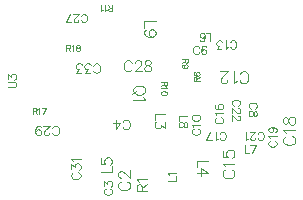
<source format=gbr>
%TF.GenerationSoftware,Altium Limited,Altium Designer,20.1.12 (249)*%
G04 Layer_Color=32768*
%FSLAX45Y45*%
%MOMM*%
%TF.SameCoordinates,27206DED-D720-4121-B7EB-46A740E941A3*%
%TF.FilePolarity,Positive*%
%TF.FileFunction,Other,M11_-_Assy_RefDes*%
%TF.Part,Single*%
G01*
G75*
%TA.AperFunction,NonConductor*%
%ADD81C,0.09000*%
%ADD82C,0.05000*%
%ADD83C,0.07000*%
%ADD84C,0.10000*%
D81*
X1277481Y727500D02*
X1187500D01*
Y676082D01*
X1277481Y657658D02*
Y610525D01*
X1243202Y636234D01*
Y623379D01*
X1238918Y614810D01*
X1234633Y610525D01*
X1221778Y606240D01*
X1213209D01*
X1200354Y610525D01*
X1191785Y619095D01*
X1187500Y631949D01*
Y644803D01*
X1191785Y657658D01*
X1196070Y661943D01*
X1204639Y666227D01*
X991772Y1158557D02*
X987487Y1167126D01*
X978917Y1175696D01*
X970348Y1179981D01*
X953209D01*
X944639Y1175696D01*
X936070Y1167126D01*
X931785Y1158557D01*
X927500Y1145702D01*
Y1124278D01*
X931785Y1111424D01*
X936070Y1102854D01*
X944639Y1094285D01*
X953209Y1090000D01*
X970348D01*
X978917Y1094285D01*
X987487Y1102854D01*
X991772Y1111424D01*
X1021337Y1158557D02*
Y1162841D01*
X1025622Y1171411D01*
X1029906Y1175696D01*
X1038476Y1179981D01*
X1055615D01*
X1064185Y1175696D01*
X1068470Y1171411D01*
X1072755Y1162841D01*
Y1154272D01*
X1068470Y1145702D01*
X1059900Y1132848D01*
X1017052Y1090000D01*
X1077039D01*
X1118602Y1179981D02*
X1105748Y1175696D01*
X1101463Y1167126D01*
Y1158557D01*
X1105748Y1149987D01*
X1114317Y1145702D01*
X1131456Y1141417D01*
X1144311Y1137133D01*
X1152880Y1128563D01*
X1157165Y1119993D01*
Y1107139D01*
X1152880Y1098570D01*
X1148595Y1094285D01*
X1135741Y1090000D01*
X1118602D01*
X1105748Y1094285D01*
X1101463Y1098570D01*
X1097178Y1107139D01*
Y1119993D01*
X1101463Y1128563D01*
X1110032Y1137133D01*
X1122887Y1141417D01*
X1140026Y1145702D01*
X1148595Y1149987D01*
X1152880Y1158557D01*
Y1167126D01*
X1148595Y1175696D01*
X1135741Y1179981D01*
X1118602D01*
X732519Y237500D02*
X822500D01*
Y288917D01*
X732519Y350190D02*
Y307342D01*
X771083Y303057D01*
X766798Y307342D01*
X762513Y320196D01*
Y333051D01*
X766798Y345905D01*
X775367Y354475D01*
X788222Y358760D01*
X796791D01*
X809646Y354475D01*
X818215Y345905D01*
X822500Y333051D01*
Y320196D01*
X818215Y307342D01*
X813930Y303057D01*
X805361Y298773D01*
X1035019Y72500D02*
X1125000D01*
X1035019D02*
Y111063D01*
X1039304Y123917D01*
X1043589Y128202D01*
X1052158Y132487D01*
X1060728D01*
X1069298Y128202D01*
X1073583Y123917D01*
X1077867Y111063D01*
Y72500D01*
Y102494D02*
X1125000Y132487D01*
X1052158Y152626D02*
X1047874Y161196D01*
X1035019Y174050D01*
X1125000D01*
X1636686Y330759D02*
X1546705D01*
Y279342D01*
X1636686Y226638D02*
X1576699Y269486D01*
Y205214D01*
X1636686Y226638D02*
X1546705D01*
D82*
X1467489Y1192500D02*
X1417500D01*
X1467489D02*
Y1171076D01*
X1465109Y1163934D01*
X1462728Y1161554D01*
X1457968Y1159173D01*
X1453207D01*
X1448446Y1161554D01*
X1446065Y1163934D01*
X1443685Y1171076D01*
Y1192500D01*
Y1175836D02*
X1417500Y1159173D01*
X1450826Y1117040D02*
X1443685Y1119420D01*
X1438924Y1124181D01*
X1436543Y1131322D01*
Y1133703D01*
X1438924Y1140844D01*
X1443685Y1145605D01*
X1450826Y1147985D01*
X1453207D01*
X1460348Y1145605D01*
X1465109Y1140844D01*
X1467489Y1133703D01*
Y1131322D01*
X1465109Y1124181D01*
X1460348Y1119420D01*
X1450826Y1117040D01*
X1438924D01*
X1427022Y1119420D01*
X1419881Y1124181D01*
X1417500Y1131322D01*
Y1136083D01*
X1419881Y1143224D01*
X1424641Y1145605D01*
X1517511Y1007500D02*
X1567500D01*
X1517511D02*
Y1028924D01*
X1519892Y1036065D01*
X1522272Y1038445D01*
X1527033Y1040826D01*
X1531794D01*
X1536555Y1038445D01*
X1538935Y1036065D01*
X1541315Y1028924D01*
Y1007500D01*
Y1024163D02*
X1567500Y1040826D01*
X1524653Y1080579D02*
X1519892Y1078199D01*
X1517511Y1071058D01*
Y1066297D01*
X1519892Y1059155D01*
X1527033Y1054395D01*
X1538935Y1052014D01*
X1550837D01*
X1560359Y1054395D01*
X1565120Y1059155D01*
X1567500Y1066297D01*
Y1068677D01*
X1565120Y1075819D01*
X1560359Y1080579D01*
X1553218Y1082960D01*
X1550837D01*
X1543696Y1080579D01*
X1538935Y1075819D01*
X1536555Y1068677D01*
Y1066297D01*
X1538935Y1059155D01*
X1543696Y1054395D01*
X1550837Y1052014D01*
X827500Y1597511D02*
Y1647500D01*
Y1597511D02*
X806076D01*
X798935Y1599891D01*
X796554Y1602272D01*
X794174Y1607032D01*
Y1611793D01*
X796554Y1616554D01*
X798935Y1618935D01*
X806076Y1621315D01*
X827500D01*
X810837D02*
X794174Y1647500D01*
X782986Y1607032D02*
X778225Y1604652D01*
X771084Y1597511D01*
Y1647500D01*
X746327Y1607032D02*
X741566Y1604652D01*
X734425Y1597511D01*
Y1647500D01*
X1289989Y1000000D02*
X1240000D01*
X1289989D02*
Y978576D01*
X1287609Y971435D01*
X1285228Y969054D01*
X1280468Y966674D01*
X1275707D01*
X1270946Y969054D01*
X1268565Y971435D01*
X1266185Y978576D01*
Y1000000D01*
Y983337D02*
X1240000Y966674D01*
X1280468Y955486D02*
X1282848Y950725D01*
X1289989Y943584D01*
X1240000D01*
X1289989Y904544D02*
X1287609Y911686D01*
X1280468Y916446D01*
X1268565Y918827D01*
X1261424D01*
X1249522Y916446D01*
X1242381Y911686D01*
X1240000Y904544D01*
Y899784D01*
X1242381Y892642D01*
X1249522Y887881D01*
X1261424Y885501D01*
X1268565D01*
X1280468Y887881D01*
X1287609Y892642D01*
X1289989Y899784D01*
Y904544D01*
X440000Y1309989D02*
Y1260000D01*
Y1309989D02*
X461424D01*
X468565Y1307609D01*
X470945Y1305228D01*
X473326Y1300468D01*
Y1295707D01*
X470945Y1290946D01*
X468565Y1288565D01*
X461424Y1286185D01*
X440000D01*
X456663D02*
X473326Y1260000D01*
X484514Y1300468D02*
X489275Y1302848D01*
X496416Y1309989D01*
Y1260000D01*
X533075Y1309989D02*
X525934Y1307609D01*
X523553Y1302848D01*
Y1298087D01*
X525934Y1293326D01*
X530695Y1290946D01*
X540216Y1288565D01*
X547358Y1286185D01*
X552119Y1281424D01*
X554499Y1276663D01*
Y1269522D01*
X552119Y1264761D01*
X549738Y1262381D01*
X542597Y1260000D01*
X533075D01*
X525934Y1262381D01*
X523553Y1264761D01*
X521173Y1269522D01*
Y1276663D01*
X523553Y1281424D01*
X528314Y1286185D01*
X535456Y1288565D01*
X544977Y1290946D01*
X549738Y1293326D01*
X552119Y1298087D01*
Y1302848D01*
X549738Y1307609D01*
X542597Y1309989D01*
X533075D01*
X155000Y777489D02*
Y727500D01*
Y777489D02*
X176424D01*
X183565Y775109D01*
X185946Y772728D01*
X188326Y767967D01*
Y763206D01*
X185946Y758446D01*
X183565Y756065D01*
X176424Y753685D01*
X155000D01*
X171663D02*
X188326Y727500D01*
X199514Y767967D02*
X204275Y770348D01*
X211416Y777489D01*
Y727500D01*
X269499Y777489D02*
X245695Y727500D01*
X236173Y777489D02*
X269499D01*
D83*
X1297515Y160000D02*
X1367500D01*
Y199991D01*
X1310845Y207656D02*
X1307513Y214322D01*
X1297515Y224320D01*
X1367500D01*
X1462486Y707500D02*
X1392500D01*
Y667508D01*
X1462486Y643180D02*
X1459153Y653178D01*
X1452488Y656511D01*
X1445822D01*
X1439157Y653178D01*
X1435824Y646513D01*
X1432492Y633182D01*
X1429159Y623185D01*
X1422494Y616519D01*
X1415829Y613187D01*
X1405831D01*
X1399166Y616519D01*
X1395833Y619852D01*
X1392500Y629850D01*
Y643180D01*
X1395833Y653178D01*
X1399166Y656511D01*
X1405831Y659843D01*
X1415829D01*
X1422494Y656511D01*
X1429159Y649846D01*
X1432492Y639848D01*
X1435824Y626517D01*
X1439157Y619852D01*
X1445822Y616519D01*
X1452488D01*
X1459153Y619852D01*
X1462486Y629850D01*
Y643180D01*
X-57485Y952500D02*
X-7496D01*
X2502Y955832D01*
X9167Y962498D01*
X12500Y972495D01*
Y979161D01*
X9167Y989159D01*
X2502Y995824D01*
X-7496Y999156D01*
X-57485D01*
Y1025151D02*
Y1061810D01*
X-30824Y1041814D01*
Y1051812D01*
X-27492Y1058477D01*
X-24159Y1061810D01*
X-14161Y1065142D01*
X-7496D01*
X2502Y1061810D01*
X9167Y1055144D01*
X12500Y1045147D01*
Y1035149D01*
X9167Y1025151D01*
X5835Y1021818D01*
X-831Y1018486D01*
X565011Y1519178D02*
X568343Y1512513D01*
X575009Y1505848D01*
X581674Y1502515D01*
X595004D01*
X601670Y1505848D01*
X608335Y1512513D01*
X611667Y1519178D01*
X615000Y1529176D01*
Y1545839D01*
X611667Y1555837D01*
X608335Y1562502D01*
X601670Y1569167D01*
X595004Y1572500D01*
X581674D01*
X575009Y1569167D01*
X568343Y1562502D01*
X565011Y1555837D01*
X542015Y1519178D02*
Y1515845D01*
X538683Y1509180D01*
X535350Y1505848D01*
X528685Y1502515D01*
X515355D01*
X508689Y1505848D01*
X505357Y1509180D01*
X502024Y1515845D01*
Y1522511D01*
X505357Y1529176D01*
X512022Y1539174D01*
X545348Y1572500D01*
X498691D01*
X436371Y1502515D02*
X469698Y1572500D01*
X483028Y1502515D02*
X436371D01*
X2060011Y521678D02*
X2063343Y515013D01*
X2070009Y508347D01*
X2076674Y505015D01*
X2090004D01*
X2096670Y508347D01*
X2103335Y515013D01*
X2106667Y521678D01*
X2110000Y531676D01*
Y548339D01*
X2106667Y558337D01*
X2103335Y565002D01*
X2096670Y571667D01*
X2090004Y575000D01*
X2076674D01*
X2070009Y571667D01*
X2063343Y565002D01*
X2060011Y558337D01*
X2037015Y521678D02*
Y518345D01*
X2033683Y511680D01*
X2030350Y508347D01*
X2023685Y505015D01*
X2010355D01*
X2003689Y508347D01*
X2000357Y511680D01*
X1997024Y518345D01*
Y525010D01*
X2000357Y531676D01*
X2007022Y541674D01*
X2040348Y575000D01*
X1993691D01*
X1978028Y518345D02*
X1971363Y515013D01*
X1961365Y505015D01*
Y575000D01*
X774178Y92489D02*
X767513Y89157D01*
X760848Y82491D01*
X757515Y75826D01*
Y62495D01*
X760848Y55830D01*
X767513Y49165D01*
X774178Y45833D01*
X784176Y42500D01*
X800839D01*
X810837Y45833D01*
X817502Y49165D01*
X824167Y55830D01*
X827500Y62495D01*
Y75826D01*
X824167Y82491D01*
X817502Y89157D01*
X810837Y92489D01*
X757515Y118817D02*
Y155476D01*
X784176Y135480D01*
Y145478D01*
X787508Y152143D01*
X790841Y155476D01*
X800839Y158808D01*
X807504D01*
X817502Y155476D01*
X824167Y148810D01*
X827500Y138813D01*
Y128815D01*
X824167Y118817D01*
X820835Y115484D01*
X814170Y112152D01*
X1562490Y1285822D02*
X1559157Y1292487D01*
X1552492Y1299152D01*
X1545826Y1302485D01*
X1532496D01*
X1525831Y1299152D01*
X1519165Y1292487D01*
X1515833Y1285822D01*
X1512500Y1275824D01*
Y1259161D01*
X1515833Y1249163D01*
X1519165Y1242498D01*
X1525831Y1235833D01*
X1532496Y1232500D01*
X1545826D01*
X1552492Y1235833D01*
X1559157Y1242498D01*
X1562490Y1249163D01*
X1622144Y1292487D02*
X1618811Y1299152D01*
X1608813Y1302485D01*
X1602148D01*
X1592150Y1299152D01*
X1585485Y1289155D01*
X1582152Y1272491D01*
Y1255828D01*
X1585485Y1242498D01*
X1592150Y1235833D01*
X1602148Y1232500D01*
X1605480D01*
X1615478Y1235833D01*
X1622144Y1242498D01*
X1625476Y1252496D01*
Y1255828D01*
X1622144Y1265826D01*
X1615478Y1272491D01*
X1605480Y1275824D01*
X1602148D01*
X1592150Y1272491D01*
X1585485Y1265826D01*
X1582152Y1255828D01*
X2035822Y772510D02*
X2042488Y775843D01*
X2049153Y782508D01*
X2052486Y789173D01*
Y802504D01*
X2049153Y809169D01*
X2042488Y815835D01*
X2035822Y819167D01*
X2025824Y822500D01*
X2009162D01*
X1999164Y819167D01*
X1992498Y815835D01*
X1985833Y809169D01*
X1982500Y802504D01*
Y789173D01*
X1985833Y782508D01*
X1992498Y775843D01*
X1999164Y772510D01*
X2052486Y736185D02*
X2049153Y746183D01*
X2042488Y749515D01*
X2035822D01*
X2029157Y746183D01*
X2025824Y739517D01*
X2022492Y726187D01*
X2019159Y716189D01*
X2012494Y709524D01*
X2005829Y706191D01*
X1995831D01*
X1989166Y709524D01*
X1985833Y712856D01*
X1982500Y722854D01*
Y736185D01*
X1985833Y746183D01*
X1989166Y749515D01*
X1995831Y752848D01*
X2005829D01*
X2012494Y749515D01*
X2019159Y742850D01*
X2022492Y732852D01*
X2025824Y719522D01*
X2029157Y712856D01*
X2035822Y709524D01*
X2042488D01*
X2049153Y712856D01*
X2052486Y722854D01*
Y736185D01*
X1519178Y599989D02*
X1512513Y596657D01*
X1505848Y589991D01*
X1502515Y583326D01*
Y569996D01*
X1505848Y563330D01*
X1512513Y556665D01*
X1519178Y553333D01*
X1529176Y550000D01*
X1545839D01*
X1555837Y553333D01*
X1562502Y556665D01*
X1569168Y563330D01*
X1572500Y569996D01*
Y583326D01*
X1569168Y589991D01*
X1562502Y596657D01*
X1555837Y599989D01*
X1515846Y619652D02*
X1512513Y626317D01*
X1502515Y636315D01*
X1572500D01*
X1502515Y690970D02*
X1505848Y680972D01*
X1515846Y674307D01*
X1532509Y670974D01*
X1542507D01*
X1559170Y674307D01*
X1569168Y680972D01*
X1572500Y690970D01*
Y697635D01*
X1569168Y707633D01*
X1559170Y714298D01*
X1542507Y717631D01*
X1532509D01*
X1515846Y714298D01*
X1505848Y707633D01*
X1502515Y697635D01*
Y690970D01*
X1827511Y1296678D02*
X1830843Y1290013D01*
X1837509Y1283347D01*
X1844174Y1280015D01*
X1857505D01*
X1864170Y1283347D01*
X1870835Y1290013D01*
X1874167Y1296678D01*
X1877500Y1306676D01*
Y1323339D01*
X1874167Y1333337D01*
X1870835Y1340002D01*
X1864170Y1346667D01*
X1857505Y1350000D01*
X1844174D01*
X1837509Y1346667D01*
X1830843Y1340002D01*
X1827511Y1333337D01*
X1807848Y1293345D02*
X1801183Y1290013D01*
X1791185Y1280015D01*
Y1350000D01*
X1749861Y1280015D02*
X1713202D01*
X1733197Y1306676D01*
X1723199D01*
X1716534Y1310008D01*
X1713202Y1313341D01*
X1709869Y1323339D01*
Y1330004D01*
X1713202Y1340002D01*
X1719867Y1346667D01*
X1729865Y1350000D01*
X1739863D01*
X1749861Y1346667D01*
X1753193Y1343335D01*
X1756526Y1336669D01*
X1714178Y697489D02*
X1707513Y694156D01*
X1700848Y687491D01*
X1697515Y680826D01*
Y667495D01*
X1700848Y660830D01*
X1707513Y654165D01*
X1714178Y650832D01*
X1724176Y647500D01*
X1740839D01*
X1750837Y650832D01*
X1757502Y654165D01*
X1764167Y660830D01*
X1767500Y667495D01*
Y680826D01*
X1764167Y687491D01*
X1757502Y694156D01*
X1750837Y697489D01*
X1710845Y717151D02*
X1707513Y723817D01*
X1697515Y733815D01*
X1767500D01*
X1707513Y808465D02*
X1700848Y805133D01*
X1697515Y795135D01*
Y788470D01*
X1700848Y778472D01*
X1710845Y771807D01*
X1727509Y768474D01*
X1744172D01*
X1757502Y771807D01*
X1764167Y778472D01*
X1767500Y788470D01*
Y791802D01*
X1764167Y801800D01*
X1757502Y808465D01*
X1747505Y811798D01*
X1744172D01*
X1734174Y808465D01*
X1727509Y801800D01*
X1724176Y791802D01*
Y788470D01*
X1727509Y778472D01*
X1734174Y771807D01*
X1744172Y768474D01*
X1740011Y521678D02*
X1743344Y515013D01*
X1750009Y508347D01*
X1756674Y505015D01*
X1770005D01*
X1776670Y508347D01*
X1783335Y515013D01*
X1786668Y521678D01*
X1790000Y531676D01*
Y548339D01*
X1786668Y558337D01*
X1783335Y565002D01*
X1776670Y571667D01*
X1770005Y575000D01*
X1756674D01*
X1750009Y571667D01*
X1743344Y565002D01*
X1740011Y558337D01*
X1720349Y518345D02*
X1713683Y515013D01*
X1703685Y505015D01*
Y575000D01*
X1622369Y505015D02*
X1655696Y575000D01*
X1669026Y505015D02*
X1622369D01*
X2166678Y499989D02*
X2160013Y496657D01*
X2153347Y489991D01*
X2150015Y483326D01*
Y469996D01*
X2153347Y463330D01*
X2160013Y456665D01*
X2166678Y453333D01*
X2176676Y450000D01*
X2193339D01*
X2203337Y453333D01*
X2210002Y456665D01*
X2216667Y463330D01*
X2220000Y469996D01*
Y483326D01*
X2216667Y489991D01*
X2210002Y496657D01*
X2203337Y499989D01*
X2163345Y519652D02*
X2160013Y526317D01*
X2150015Y536315D01*
X2220000D01*
X2173343Y614298D02*
X2183341Y610966D01*
X2190006Y604301D01*
X2193339Y594303D01*
Y590970D01*
X2190006Y580972D01*
X2183341Y574307D01*
X2173343Y570974D01*
X2170010D01*
X2160013Y574307D01*
X2153347Y580972D01*
X2150015Y590970D01*
Y594303D01*
X2153347Y604301D01*
X2160013Y610966D01*
X2173343Y614298D01*
X2190006D01*
X2206669Y610966D01*
X2216667Y604301D01*
X2220000Y594303D01*
Y587637D01*
X2216667Y577639D01*
X2210002Y574307D01*
X1895822Y797510D02*
X1902488Y800843D01*
X1909153Y807508D01*
X1912486Y814174D01*
Y827504D01*
X1909153Y834170D01*
X1902488Y840835D01*
X1895822Y844167D01*
X1885825Y847500D01*
X1869162D01*
X1859164Y844167D01*
X1852498Y840835D01*
X1845833Y834170D01*
X1842501Y827504D01*
Y814174D01*
X1845833Y807508D01*
X1852498Y800843D01*
X1859164Y797510D01*
X1895822Y774515D02*
X1899155D01*
X1905820Y771183D01*
X1909153Y767850D01*
X1912486Y761185D01*
Y747854D01*
X1909153Y741189D01*
X1905820Y737857D01*
X1899155Y734524D01*
X1892490D01*
X1885825Y737857D01*
X1875827Y744522D01*
X1842501Y777848D01*
Y731191D01*
X1895822Y712195D02*
X1899155D01*
X1905820Y708863D01*
X1909153Y705530D01*
X1912486Y698865D01*
Y685534D01*
X1909153Y678869D01*
X1905820Y675536D01*
X1899155Y672204D01*
X1892490D01*
X1885825Y675536D01*
X1875827Y682202D01*
X1842501Y715528D01*
Y668871D01*
X1950000Y464985D02*
Y395000D01*
X1989992D01*
X2044313Y464985D02*
X2010987Y395000D01*
X1997657Y464985D02*
X2044313D01*
X1659000Y1345015D02*
Y1415000D01*
X1619009D01*
X1571352Y1355013D02*
X1574685Y1348347D01*
X1584683Y1345015D01*
X1591348D01*
X1601346Y1348347D01*
X1608011Y1358345D01*
X1611344Y1375008D01*
Y1391671D01*
X1608011Y1405002D01*
X1601346Y1411667D01*
X1591348Y1415000D01*
X1588016D01*
X1578018Y1411667D01*
X1571352Y1405002D01*
X1568020Y1395004D01*
Y1391671D01*
X1571352Y1381673D01*
X1578018Y1375008D01*
X1588016Y1371676D01*
X1591348D01*
X1601346Y1375008D01*
X1608011Y1381673D01*
X1611344Y1391671D01*
D84*
X903826Y153913D02*
X894304Y149152D01*
X884782Y139631D01*
X880021Y130109D01*
Y111065D01*
X884782Y101544D01*
X894304Y92022D01*
X903826Y87261D01*
X918108Y82500D01*
X941913D01*
X956195Y87261D01*
X965717Y92022D01*
X975239Y101544D01*
X980000Y111065D01*
Y130109D01*
X975239Y139631D01*
X965717Y149152D01*
X956195Y153913D01*
X903826Y186763D02*
X899065D01*
X889543Y191524D01*
X884782Y196285D01*
X880021Y205807D01*
Y224850D01*
X884782Y234372D01*
X889543Y239133D01*
X899065Y243894D01*
X908586D01*
X918108Y239133D01*
X932391Y229611D01*
X980000Y182002D01*
Y248655D01*
X2301326Y536413D02*
X2291804Y531652D01*
X2282282Y522131D01*
X2277521Y512609D01*
Y493565D01*
X2282282Y484043D01*
X2291804Y474522D01*
X2301326Y469761D01*
X2315609Y465000D01*
X2339413D01*
X2353696Y469761D01*
X2363218Y474522D01*
X2372739Y484043D01*
X2377500Y493565D01*
Y512609D01*
X2372739Y522131D01*
X2363218Y531652D01*
X2353696Y536413D01*
X2296565Y564502D02*
X2291804Y574024D01*
X2277521Y588307D01*
X2377500D01*
X2277521Y661624D02*
X2282282Y647342D01*
X2291804Y642581D01*
X2301326D01*
X2310848Y647342D01*
X2315609Y656864D01*
X2320370Y675907D01*
X2325130Y690190D01*
X2334652Y699711D01*
X2344174Y704472D01*
X2358457D01*
X2367978Y699711D01*
X2372739Y694951D01*
X2377500Y680668D01*
Y661624D01*
X2372739Y647342D01*
X2367978Y642581D01*
X2358457Y637820D01*
X2344174D01*
X2334652Y642581D01*
X2325130Y652103D01*
X2320370Y666385D01*
X2315609Y685429D01*
X2310848Y694951D01*
X2301326Y699711D01*
X2291804D01*
X2282282Y694951D01*
X2277521Y680668D01*
Y661624D01*
X667870Y1094060D02*
X671678Y1086443D01*
X679296Y1078825D01*
X686913Y1075016D01*
X702148D01*
X709765Y1078825D01*
X717383Y1086443D01*
X721192Y1094060D01*
X725000Y1105486D01*
Y1124530D01*
X721192Y1135956D01*
X717383Y1143573D01*
X709765Y1151191D01*
X702148Y1154999D01*
X686913D01*
X679296Y1151191D01*
X671678Y1143573D01*
X667870Y1135956D01*
X637781Y1075016D02*
X595885D01*
X618737Y1105486D01*
X607311D01*
X599694Y1109295D01*
X595885Y1113104D01*
X592076Y1124530D01*
Y1132147D01*
X595885Y1143573D01*
X603502Y1151191D01*
X614929Y1154999D01*
X626355D01*
X637781Y1151191D01*
X641590Y1147382D01*
X645398Y1139765D01*
X566558Y1075016D02*
X524662D01*
X547514Y1105486D01*
X536088D01*
X528471Y1109295D01*
X524662Y1113104D01*
X520853Y1124530D01*
Y1132147D01*
X524662Y1143573D01*
X532280Y1151191D01*
X543706Y1154999D01*
X555132D01*
X566558Y1151191D01*
X570367Y1147382D01*
X574175Y1139765D01*
X1197479Y1512500D02*
X1097500D01*
Y1455369D01*
X1164153Y1382528D02*
X1149870Y1387289D01*
X1140348Y1396810D01*
X1135587Y1411093D01*
Y1415854D01*
X1140348Y1430137D01*
X1149870Y1439658D01*
X1164153Y1444419D01*
X1168914D01*
X1183196Y1439658D01*
X1192718Y1430137D01*
X1197479Y1415854D01*
Y1411093D01*
X1192718Y1396810D01*
X1183196Y1387289D01*
X1164153Y1382528D01*
X1140348D01*
X1116544Y1387289D01*
X1102261Y1396810D01*
X1097500Y1411093D01*
Y1420615D01*
X1102261Y1434898D01*
X1111783Y1439658D01*
X1107479Y938935D02*
X1102718Y948456D01*
X1093196Y957978D01*
X1083674Y962739D01*
X1069391Y967500D01*
X1045587D01*
X1031304Y962739D01*
X1021783Y957978D01*
X1012261Y948456D01*
X1007500Y938935D01*
Y919891D01*
X1012261Y910369D01*
X1021783Y900848D01*
X1031304Y896087D01*
X1045587Y891326D01*
X1069391D01*
X1083674Y896087D01*
X1093196Y900848D01*
X1102718Y910369D01*
X1107479Y919891D01*
Y938935D01*
X1026544Y924652D02*
X997978Y896087D01*
X1088435Y867998D02*
X1093196Y858476D01*
X1107479Y844193D01*
X1007500D01*
X1785809Y255737D02*
X1776287Y250976D01*
X1766765Y241455D01*
X1762004Y231933D01*
Y212889D01*
X1766765Y203368D01*
X1776287Y193846D01*
X1785809Y189085D01*
X1800091Y184324D01*
X1823896D01*
X1838178Y189085D01*
X1847700Y193846D01*
X1857222Y203368D01*
X1861983Y212889D01*
Y231933D01*
X1857222Y241455D01*
X1847700Y250976D01*
X1838178Y255737D01*
X1781048Y283826D02*
X1776287Y293348D01*
X1762004Y307631D01*
X1861983D01*
X1762004Y414275D02*
Y366666D01*
X1804852Y361905D01*
X1800091Y366666D01*
X1795330Y380948D01*
Y395231D01*
X1800091Y409514D01*
X1809613Y419035D01*
X1823896Y423796D01*
X1833417D01*
X1847700Y419035D01*
X1857222Y409514D01*
X1861983Y395231D01*
Y380948D01*
X1857222Y366666D01*
X1852461Y361905D01*
X1842939Y357144D01*
X1908587Y1011326D02*
X1913348Y1001804D01*
X1922869Y992282D01*
X1932391Y987521D01*
X1951435D01*
X1960956Y992282D01*
X1970478Y1001804D01*
X1975239Y1011326D01*
X1980000Y1025609D01*
Y1049413D01*
X1975239Y1063696D01*
X1970478Y1073217D01*
X1960956Y1082739D01*
X1951435Y1087500D01*
X1932391D01*
X1922869Y1082739D01*
X1913348Y1073217D01*
X1908587Y1063696D01*
X1880498Y1006565D02*
X1870976Y1001804D01*
X1856693Y987521D01*
Y1087500D01*
X1802419Y1011326D02*
Y1006565D01*
X1797658Y997043D01*
X1792897Y992282D01*
X1783376Y987521D01*
X1764332D01*
X1754810Y992282D01*
X1750049Y997043D01*
X1745289Y1006565D01*
Y1016087D01*
X1750049Y1025609D01*
X1759571Y1039891D01*
X1807180Y1087500D01*
X1740528D01*
X499060Y232131D02*
X491443Y228322D01*
X483826Y220705D01*
X480017Y213087D01*
Y197853D01*
X483826Y190235D01*
X491443Y182618D01*
X499060Y178809D01*
X510487Y175000D01*
X529530D01*
X540956Y178809D01*
X548574Y182618D01*
X556191Y190235D01*
X560000Y197853D01*
Y213087D01*
X556191Y220705D01*
X548574Y228322D01*
X540956Y232131D01*
X480017Y262220D02*
Y304115D01*
X510487Y281263D01*
Y292689D01*
X514295Y300307D01*
X518104Y304115D01*
X529530Y307924D01*
X537148D01*
X548574Y304115D01*
X556191Y296498D01*
X560000Y285072D01*
Y273646D01*
X556191Y262220D01*
X552382Y258411D01*
X544765Y254602D01*
X495252Y325825D02*
X491443Y333443D01*
X480017Y344869D01*
X560000D01*
X320369Y566560D02*
X324178Y558943D01*
X331795Y551326D01*
X339413Y547517D01*
X354648D01*
X362265Y551326D01*
X369882Y558943D01*
X373691Y566560D01*
X377500Y577987D01*
Y597030D01*
X373691Y608456D01*
X369882Y616074D01*
X362265Y623691D01*
X354648Y627500D01*
X339413D01*
X331795Y623691D01*
X324178Y616074D01*
X320369Y608456D01*
X294089Y566560D02*
Y562752D01*
X290280Y555134D01*
X286472Y551326D01*
X278854Y547517D01*
X263619D01*
X256002Y551326D01*
X252193Y555134D01*
X248385Y562752D01*
Y570369D01*
X252193Y577987D01*
X259811Y589413D01*
X297898Y627500D01*
X244576D01*
X177162Y574178D02*
X180970Y585604D01*
X188588Y593222D01*
X200014Y597030D01*
X203823D01*
X215249Y593222D01*
X222866Y585604D01*
X226675Y574178D01*
Y570369D01*
X222866Y558943D01*
X215249Y551326D01*
X203823Y547517D01*
X200014D01*
X188588Y551326D01*
X180970Y558943D01*
X177162Y574178D01*
Y593222D01*
X180970Y612265D01*
X188588Y623691D01*
X200014Y627500D01*
X207631D01*
X219057Y623691D01*
X222866Y616074D01*
X917869Y616561D02*
X921678Y608943D01*
X929295Y601326D01*
X936913Y597517D01*
X952147D01*
X959765Y601326D01*
X967382Y608943D01*
X971191Y616561D01*
X975000Y627987D01*
Y647030D01*
X971191Y658456D01*
X967382Y666074D01*
X959765Y673691D01*
X952147Y677500D01*
X936913D01*
X929295Y673691D01*
X921678Y666074D01*
X917869Y658456D01*
X857311Y597517D02*
X895398Y650839D01*
X838267D01*
X857311Y597517D02*
Y677500D01*
%TF.MD5,76bfae90a36c23156414fea803c815da*%
M02*

</source>
